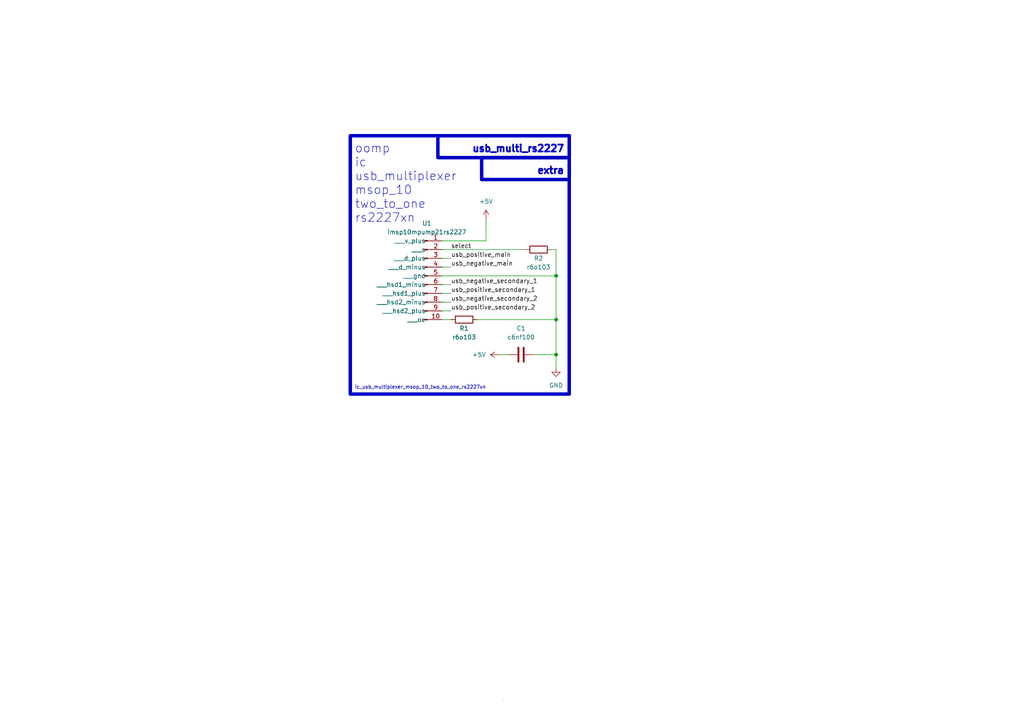
<source format=kicad_sch>
(kicad_sch (version 20230121) (generator eeschema)
  (paper "A4")
  (lib_symbols
    (symbol "oomlout_oomp_part_symbols:c6nf100_electronic_capacitor_0603_100_nano_farad" (pin_numbers hide) (pin_names (offset 0.254))
      (property "Reference" "C" (at 0.635 2.54 0))
      (property "Value" "c6nf100_electronic_capacitor_0603_100_nano_farad" (at 0.635 -2.54 0))
      (symbol "c6nf100_electronic_capacitor_0603_100_nano_farad_0_1"
        (polyline (pts (xy -2.032 -0.762) (xy 2.032 -0.762)) (stroke (width 0.508)))
        (polyline (pts (xy -2.032 0.762) (xy 2.032 0.762)) (stroke (width 0.508)))
      )
      (symbol "c6nf100_electronic_capacitor_0603_100_nano_farad_1_1"
        (pin passive line (at 0 3.81 270) (length 2.794) (name "~") (number "1"))
        (pin passive line (at 0 -3.81 90) (length 2.794) (name "~") (number "2"))
      )
    )
    (symbol "oomlout_oomp_part_symbols:imsp10mpump21rs2227_electronic_ic_msop_10_multiplexer_usb_multiplexer_two_to_one_jiangsu_runic_tech_rs2227xn" (pin_names (offset 1.016))
      (property "Reference" "U" (at 0 12.7 0))
      (property "Value" "imsp10mpump21rs2227_electronic_ic_msop_10_multiplexer_usb_multiplexer_two_to_one_jiangsu_runic_tech_rs2227xn" (at 0 -15.24 0))
      (symbol "imsp10mpump21rs2227_electronic_ic_msop_10_multiplexer_usb_multiplexer_two_to_one_jiangsu_runic_tech_rs2227xn_1_1"
        (polyline (pts (xy 1.27 -12.7) (xy 0.8636 -12.7)) (stroke (width 0.1524)))
        (polyline (pts (xy 1.27 -10.16) (xy 0.8636 -10.16)) (stroke (width 0.1524)))
        (polyline (pts (xy 1.27 -7.62) (xy 0.8636 -7.62)) (stroke (width 0.1524)))
        (polyline (pts (xy 1.27 -5.08) (xy 0.8636 -5.08)) (stroke (width 0.1524)))
        (polyline (pts (xy 1.27 -2.54) (xy 0.8636 -2.54)) (stroke (width 0.1524)))
        (polyline (pts (xy 1.27 0) (xy 0.8636 0)) (stroke (width 0.1524)))
        (polyline (pts (xy 1.27 2.54) (xy 0.8636 2.54)) (stroke (width 0.1524)))
        (polyline (pts (xy 1.27 5.08) (xy 0.8636 5.08)) (stroke (width 0.1524)))
        (polyline (pts (xy 1.27 7.62) (xy 0.8636 7.62)) (stroke (width 0.1524)))
        (polyline (pts (xy 1.27 10.16) (xy 0.8636 10.16)) (stroke (width 0.1524)))
        (rectangle (start 0.8636 -12.573) (end 0 -12.827) (stroke (width 0.1524)) (fill (type outline)))
        (rectangle (start 0.8636 -10.033) (end 0 -10.287) (stroke (width 0.1524)) (fill (type outline)))
        (rectangle (start 0.8636 -7.493) (end 0 -7.747) (stroke (width 0.1524)) (fill (type outline)))
        (rectangle (start 0.8636 -4.953) (end 0 -5.207) (stroke (width 0.1524)) (fill (type outline)))
        (rectangle (start 0.8636 -2.413) (end 0 -2.667) (stroke (width 0.1524)) (fill (type outline)))
        (rectangle (start 0.8636 0.127) (end 0 -0.127) (stroke (width 0.1524)) (fill (type outline)))
        (rectangle (start 0.8636 2.667) (end 0 2.413) (stroke (width 0.1524)) (fill (type outline)))
        (rectangle (start 0.8636 5.207) (end 0 4.953) (stroke (width 0.1524)) (fill (type outline)))
        (rectangle (start 0.8636 7.747) (end 0 7.493) (stroke (width 0.1524)) (fill (type outline)))
        (rectangle (start 0.8636 10.287) (end 0 10.033) (stroke (width 0.1524)) (fill (type outline)))
        (pin passive line (at 5.08 10.16 180) (length 3.81) (name "___v_plus") (number "1"))
        (pin passive line (at 5.08 -12.7 180) (length 3.81) (name "___oe") (number "10"))
        (pin passive line (at 5.08 7.62 180) (length 3.81) (name "___s") (number "2"))
        (pin passive line (at 5.08 5.08 180) (length 3.81) (name "___d_plus") (number "3"))
        (pin passive line (at 5.08 2.54 180) (length 3.81) (name "___d_minus") (number "4"))
        (pin passive line (at 5.08 0 180) (length 3.81) (name "___gnd") (number "5"))
        (pin passive line (at 5.08 -2.54 180) (length 3.81) (name "___hsd1_minus") (number "6"))
        (pin passive line (at 5.08 -5.08 180) (length 3.81) (name "___hsd1_plus") (number "7"))
        (pin passive line (at 5.08 -7.62 180) (length 3.81) (name "___hsd2_minus") (number "8"))
        (pin passive line (at 5.08 -10.16 180) (length 3.81) (name "___hsd2_plus") (number "9"))
      )
    )
    (symbol "oomlout_oomp_part_symbols:r6o103_electronic_resistor_0603_10000_ohm" (pin_numbers hide) (pin_names (offset 0))
      (property "Reference" "R" (at 2.032 0 90))
      (property "Value" "r6o103_electronic_resistor_0603_10000_ohm" (at 0 0 90))
      (symbol "r6o103_electronic_resistor_0603_10000_ohm_0_1"
        (rectangle (start -1.016 -2.54) (end 1.016 2.54) (stroke (width 0.254)))
      )
      (symbol "r6o103_electronic_resistor_0603_10000_ohm_1_1"
        (pin passive line (at 0 3.81 270) (length 1.27) (name "~") (number "1"))
        (pin passive line (at 0 -3.81 90) (length 1.27) (name "~") (number "2"))
      )
    )
    (symbol "power:+5V" (power) (pin_names (offset 0))
      (property "Value" "+5V" (at 0 3.556 0))
      (symbol "+5V_0_1"
        (polyline (pts (xy -0.762 1.27) (xy 0 2.54)))
        (polyline (pts (xy 0 0) (xy 0 2.54)))
        (polyline (pts (xy 0 2.54) (xy 0.762 1.27)))
      )
      (symbol "+5V_1_1"
        (pin power_in line (at 0 0 90) (length 0) hide (name "+5V") (number "1"))
      )
    )
    (symbol "power:GND" (power) (pin_names (offset 0))
      (property "Value" "GND" (at 0 -3.81 0))
      (symbol "GND_0_1"
        (polyline (pts (xy 0 0) (xy 0 -1.27) (xy 1.27 -1.27) (xy 0 -2.54) (xy -1.27 -1.27) (xy 0 -1.27)))
      )
      (symbol "GND_1_1"
        (pin power_in line (at 0 0 270) (length 0) hide (name "GND") (number "1"))
      )
    )
  )
  (junction (at 161.29 102.87))
  (junction (at 161.29 80.01))
  (junction (at 161.29 92.71))
  (wire (pts (xy 138.43 92.71) (xy 161.29 92.71)))
  (wire (pts (xy 144.78 102.87) (xy 147.32 102.87)))
  (wire (pts (xy 161.29 92.71) (xy 161.29 102.87)))
  (wire (pts (xy 128.27 82.55) (xy 130.81 82.55)))
  (wire (pts (xy 128.27 80.01) (xy 161.29 80.01)))
  (wire (pts (xy 128.27 87.63) (xy 130.81 87.63)))
  (wire (pts (xy 128.27 77.47) (xy 130.81 77.47)))
  (wire (pts (xy 128.27 72.39) (xy 152.4 72.39)))
  (wire (pts (xy 161.29 102.87) (xy 161.29 106.68)))
  (wire (pts (xy 140.97 69.85) (xy 128.27 69.85)))
  (wire (pts (xy 154.94 102.87) (xy 161.29 102.87)))
  (wire (pts (xy 140.97 63.5) (xy 140.97 69.85)))
  (wire (pts (xy 128.27 74.93) (xy 130.81 74.93)))
  (wire (pts (xy 128.27 90.17) (xy 130.81 90.17)))
  (wire (pts (xy 161.29 80.01) (xy 161.29 92.71)))
  (wire (pts (xy 128.27 85.09) (xy 130.81 85.09)))
  (wire (pts (xy 161.29 72.39) (xy 161.29 80.01)))
  (wire (pts (xy 128.27 92.71) (xy 130.81 92.71)))
  (wire (pts (xy 160.02 72.39) (xy 161.29 72.39)))
  (rectangle (start 101.6 39.37) (end 165.1 114.3) (stroke (width 1)))
  (rectangle (start 146.05 203.2) (end 146.05 203.2))
  (rectangle (start 127 39.37) (end 165.1 45.72) (stroke (width 1)))
  (rectangle (start 139.7 45.72) (end 165.1 52.07) (stroke (width 1)))
  (text "ic_usb_multiplexer_msop_10_two_to_one_rs2227xn" (at 102.87 113.03 0) (effects (font (size 1 1)) (justify left bottom)))
  (text "usb_multi_rs2227" (at 163.83 44.45 0) (effects (font (size 2 2) (thickness 0.8) bold) (justify right bottom)))
  (text "oomp\nic\nusb_multiplexer\nmsop_10\ntwo_to_one\nrs2227xn" (at 102.87 64.77 0) (effects (font (size 2.5 2.5)) (justify left bottom)))
  (text "extra" (at 163.83 50.8 0) (effects (font (size 2 2) (thickness 0.8) bold) (justify right bottom)))
  (label "usb_negative_secondary_1" (at 130.81 82.55 0))
  (label "usb_negative_secondary_2" (at 130.81 87.63 0))
  (label "usb_positive_secondary_1" (at 130.81 85.09 0))
  (label "usb_negative_main" (at 130.81 77.47 0))
  (label "usb_positive_main" (at 130.81 74.93 0))
  (label "usb_positive_secondary_2" (at 130.81 90.17 0))
  (label "select" (at 130.81 72.39 0))
  (symbol (lib_id "power:GND") (at 161.29 106.68 0) (unit 1)
    (property "Reference" "#PWR04" (effects hide))
    (property "Value" "GND" (at 161.29 111.76 0))
  )
  (symbol (lib_id "oomlout_oomp_part_symbols:r6o103_electronic_resistor_0603_10000_ohm") (at 156.21 72.39 90) (unit 1)
    (property "Reference" "R2" (at 156.21 74.93 90))
    (property "Value" "r6o103" (at 156.21 77.47 90))
    (property "Footprint" "oomlout_oomp_part_footprints:r6o103_electronic_resistor_0603_10000_ohm" (effects hide))
    (property "Datasheet" "https://github.com/oomlout/oomlout_oomp_v3/parts/electronic_resistor_0603_10000_ohm/datasheet.pdf" (effects hide))
  )
  (symbol (lib_id "oomlout_oomp_part_symbols:r6o103_electronic_resistor_0603_10000_ohm") (at 134.62 92.71 90) (unit 1)
    (property "Reference" "R1" (at 134.62 95.25 90))
    (property "Value" "r6o103" (at 134.62 97.79 90))
    (property "Footprint" "oomlout_oomp_part_footprints:r6o103_electronic_resistor_0603_10000_ohm" (effects hide))
    (property "Datasheet" "https://github.com/oomlout/oomlout_oomp_v3/parts/electronic_resistor_0603_10000_ohm/datasheet.pdf" (effects hide))
  )
  (symbol (lib_id "oomlout_oomp_part_symbols:c6nf100_electronic_capacitor_0603_100_nano_farad") (at 151.13 102.87 90) (unit 1)
    (property "Reference" "C1" (at 151.13 95.25 90))
    (property "Value" "c6nf100" (at 151.13 97.79 90))
    (property "Footprint" "oomlout_oomp_part_footprints:c6nf100_electronic_capacitor_0603_100_nano_farad" (effects hide))
    (property "Datasheet" "https://github.com/oomlout/oomlout_oomp_v3/parts/electronic_capacitor_0603_100_nano_farad/datasheet.pdf" (effects hide))
  )
  (symbol (lib_id "power:+5V") (at 144.78 102.87 90) (unit 1)
    (property "Reference" "#PWR01" (effects hide))
    (property "Value" "+5V" (at 140.97 102.87 90) (effects (justify left)))
  )
  (symbol (lib_id "power:+5V") (at 140.97 63.5 0) (unit 1)
    (property "Reference" "#PWR03" (effects hide))
    (property "Value" "+5V" (at 140.97 58.42 0))
  )
  (symbol (lib_id "oomlout_oomp_part_symbols:imsp10mpump21rs2227_electronic_ic_msop_10_multiplexer_usb_multiplexer_two_to_one_jiangsu_runic_tech_rs2227xn") (at 123.19 80.01 0) (unit 1)
    (property "Reference" "U1" (at 123.825 64.77 0))
    (property "Value" "imsp10mpump21rs2227" (at 123.825 67.31 0))
    (property "Footprint" "oomlout_oomp_part_footprints:imsp10mpump21rs2227_electronic_ic_msop_10_multiplexer_usb_multiplexer_two_to_one_jiangsu_runic_tech_rs2227xn" (effects hide))
    (property "Datasheet" "https://github.com/oomlout/oomlout_oomp_v3/parts/electronic_ic_msop_10_multiplexer_usb_multiplexer_two_to_one_jiangsu_runic_tech_rs2227xn/datasheet.pdf" (effects hide))
  )
)
</source>
